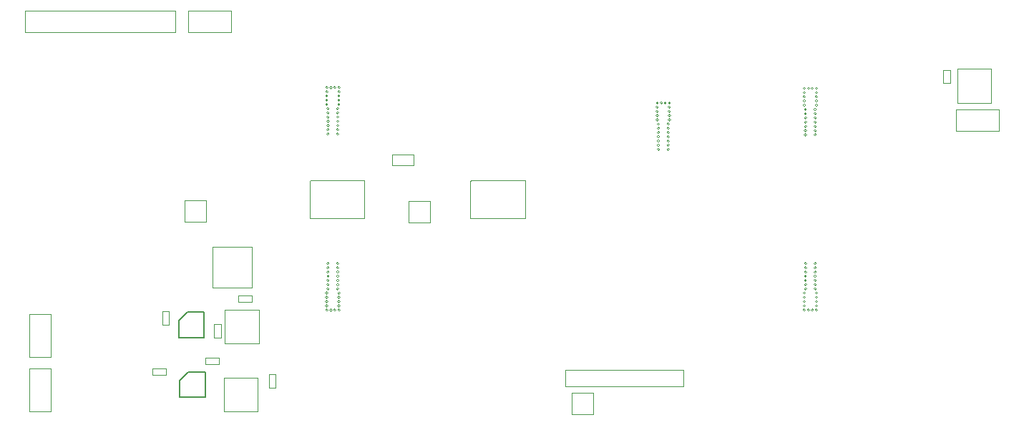
<source format=gbr>
G04 #@! TF.FileFunction,Other,Fab,Top*
%FSLAX46Y46*%
G04 Gerber Fmt 4.6, Leading zero omitted, Abs format (unit mm)*
G04 Created by KiCad (PCBNEW 4.0.6) date Sat Mar 10 18:53:01 2018*
%MOMM*%
%LPD*%
G01*
G04 APERTURE LIST*
%ADD10C,0.020000*%
%ADD11C,0.100000*%
%ADD12C,0.150000*%
%ADD13C,0.000200*%
G04 APERTURE END LIST*
D10*
D11*
X128466900Y-165811300D02*
X129266900Y-165811300D01*
X128466900Y-167411300D02*
X128466900Y-165811300D01*
X129266900Y-167411300D02*
X128466900Y-167411300D01*
X129266900Y-165811300D02*
X129266900Y-167411300D01*
X127400000Y-170575000D02*
X127400000Y-169775000D01*
X129000000Y-170575000D02*
X127400000Y-170575000D01*
X129000000Y-169775000D02*
X129000000Y-170575000D01*
X127400000Y-169775000D02*
X129000000Y-169775000D01*
X123107400Y-165848500D02*
X122307400Y-165848500D01*
X123107400Y-164248500D02*
X123107400Y-165848500D01*
X122307400Y-164248500D02*
X123107400Y-164248500D01*
X122307400Y-165848500D02*
X122307400Y-164248500D01*
X122745400Y-171024600D02*
X122745400Y-171824600D01*
X121145400Y-171024600D02*
X122745400Y-171024600D01*
X121145400Y-171824600D02*
X121145400Y-171024600D01*
X122745400Y-171824600D02*
X121145400Y-171824600D01*
X215525000Y-137300000D02*
X214725000Y-137300000D01*
X215525000Y-135700000D02*
X215525000Y-137300000D01*
X214725000Y-135700000D02*
X215525000Y-135700000D01*
X214725000Y-137300000D02*
X214725000Y-135700000D01*
D12*
X125388900Y-171446300D02*
X127388900Y-171446300D01*
X127388900Y-171446300D02*
X127388900Y-174446300D01*
X127388900Y-174446300D02*
X124388900Y-174446300D01*
X124388900Y-174446300D02*
X124388900Y-172446300D01*
X124388900Y-172446300D02*
X125388900Y-171446300D01*
X125268100Y-164362000D02*
X127268100Y-164362000D01*
X127268100Y-164362000D02*
X127268100Y-167362000D01*
X127268100Y-167362000D02*
X124268100Y-167362000D01*
X124268100Y-167362000D02*
X124268100Y-165362000D01*
X124268100Y-165362000D02*
X125268100Y-164362000D01*
D11*
X149530000Y-145715000D02*
X149530000Y-146985000D01*
X149530000Y-146985000D02*
X152070000Y-146985000D01*
X152070000Y-146985000D02*
X152070000Y-145715000D01*
X152070000Y-145715000D02*
X149530000Y-145715000D01*
X132900000Y-161450000D02*
X132900000Y-156650000D01*
X132900000Y-156650000D02*
X128300000Y-156650000D01*
X128300000Y-156650000D02*
X128300000Y-161450000D01*
X128300000Y-161450000D02*
X132900000Y-161450000D01*
X132900000Y-161070000D02*
X132900000Y-159290000D01*
X132900000Y-159290000D02*
X132900000Y-159290000D01*
X132900000Y-159290000D02*
X132900000Y-161070000D01*
X132900000Y-161070000D02*
X132900000Y-161070000D01*
X132900000Y-160180000D02*
X132900000Y-160180000D01*
X170000000Y-173200000D02*
X184000000Y-173200000D01*
X184000000Y-173200000D02*
X184000000Y-171200000D01*
X184000000Y-171200000D02*
X170000000Y-171200000D01*
X170000000Y-171200000D02*
X170000000Y-173200000D01*
X106630000Y-171080000D02*
X106630000Y-176160000D01*
X106630000Y-176160000D02*
X109170000Y-176160000D01*
X109170000Y-176160000D02*
X109170000Y-171080000D01*
X109170000Y-171080000D02*
X106630000Y-171080000D01*
X106630000Y-164630000D02*
X106630000Y-169710000D01*
X106630000Y-169710000D02*
X109170000Y-169710000D01*
X109170000Y-169710000D02*
X109170000Y-164630000D01*
X109170000Y-164630000D02*
X106630000Y-164630000D01*
X125405000Y-131220000D02*
X130485000Y-131220000D01*
X130485000Y-131220000D02*
X130485000Y-128680000D01*
X130485000Y-128680000D02*
X125405000Y-128680000D01*
X125405000Y-128680000D02*
X125405000Y-131220000D01*
X221322900Y-140423900D02*
X216242900Y-140423900D01*
X216242900Y-140423900D02*
X216242900Y-142963900D01*
X216242900Y-142963900D02*
X221322900Y-142963900D01*
X221322900Y-142963900D02*
X221322900Y-140423900D01*
X173270000Y-176485000D02*
X173270000Y-173945000D01*
X173270000Y-173945000D02*
X170730000Y-173945000D01*
X170730000Y-173945000D02*
X170730000Y-176485000D01*
X170730000Y-176485000D02*
X173270000Y-176485000D01*
X151439880Y-153776680D02*
X153979880Y-153776680D01*
X153979880Y-153776680D02*
X153979880Y-151236680D01*
X153979880Y-151236680D02*
X151439880Y-151236680D01*
X151439880Y-151236680D02*
X151439880Y-153776680D01*
X125003560Y-153715720D02*
X127543560Y-153715720D01*
X127543560Y-153715720D02*
X127543560Y-151175720D01*
X127543560Y-151175720D02*
X125003560Y-151175720D01*
X125003560Y-151175720D02*
X125003560Y-153715720D01*
D13*
X143225500Y-140293740D02*
G75*
G03X143225500Y-140293740I-150000J0D01*
G01*
X142075500Y-140293740D02*
G75*
G03X142075500Y-140293740I-150000J0D01*
G01*
X143370500Y-137793740D02*
G75*
G03X143370500Y-137793740I-150000J0D01*
G01*
X142430500Y-137793740D02*
G75*
G03X142430500Y-137793740I-150000J0D01*
G01*
X141930500Y-137793740D02*
G75*
G03X141930500Y-137793740I-150000J0D01*
G01*
X142870500Y-137793740D02*
G75*
G03X142870500Y-137793740I-150000J0D01*
G01*
X141930500Y-138293740D02*
G75*
G03X141930500Y-138293740I-150000J0D01*
G01*
X141930500Y-138793740D02*
G75*
G03X141930500Y-138793740I-150000J0D01*
G01*
X141930500Y-139293740D02*
G75*
G03X141930500Y-139293740I-150000J0D01*
G01*
X141930500Y-139793740D02*
G75*
G03X141930500Y-139793740I-150000J0D01*
G01*
X143370500Y-138293740D02*
G75*
G03X143370500Y-138293740I-150000J0D01*
G01*
X143370500Y-138793740D02*
G75*
G03X143370500Y-138793740I-150000J0D01*
G01*
X143370500Y-139293740D02*
G75*
G03X143370500Y-139293740I-150000J0D01*
G01*
X143370500Y-139793740D02*
G75*
G03X143370500Y-139793740I-150000J0D01*
G01*
X142075500Y-140793740D02*
G75*
G03X142075500Y-140793740I-150000J0D01*
G01*
X142075500Y-141293740D02*
G75*
G03X142075500Y-141293740I-150000J0D01*
G01*
X142075500Y-141793740D02*
G75*
G03X142075500Y-141793740I-150000J0D01*
G01*
X142075500Y-142793740D02*
G75*
G03X142075500Y-142793740I-150000J0D01*
G01*
X142075500Y-142293740D02*
G75*
G03X142075500Y-142293740I-150000J0D01*
G01*
X143225500Y-140793740D02*
G75*
G03X143225500Y-140793740I-150000J0D01*
G01*
X143225500Y-141293740D02*
G75*
G03X143225500Y-141293740I-150000J0D01*
G01*
X143225500Y-141793740D02*
G75*
G03X143225500Y-141793740I-150000J0D01*
G01*
X143225500Y-142793740D02*
G75*
G03X143225500Y-142793740I-150000J0D01*
G01*
X143225500Y-142293740D02*
G75*
G03X143225500Y-142293740I-150000J0D01*
G01*
X142075500Y-143293740D02*
G75*
G03X142075500Y-143293740I-150000J0D01*
G01*
X143225500Y-143293740D02*
G75*
G03X143225500Y-143293740I-150000J0D01*
G01*
X182325000Y-142123740D02*
G75*
G03X182325000Y-142123740I-150000J0D01*
G01*
X181175000Y-142123740D02*
G75*
G03X181175000Y-142123740I-150000J0D01*
G01*
X182470000Y-139623740D02*
G75*
G03X182470000Y-139623740I-150000J0D01*
G01*
X181530000Y-139623740D02*
G75*
G03X181530000Y-139623740I-150000J0D01*
G01*
X181030000Y-139623740D02*
G75*
G03X181030000Y-139623740I-150000J0D01*
G01*
X181970000Y-139623740D02*
G75*
G03X181970000Y-139623740I-150000J0D01*
G01*
X181030000Y-140123740D02*
G75*
G03X181030000Y-140123740I-150000J0D01*
G01*
X181030000Y-140623740D02*
G75*
G03X181030000Y-140623740I-150000J0D01*
G01*
X181030000Y-141123740D02*
G75*
G03X181030000Y-141123740I-150000J0D01*
G01*
X181030000Y-141623740D02*
G75*
G03X181030000Y-141623740I-150000J0D01*
G01*
X182470000Y-140123740D02*
G75*
G03X182470000Y-140123740I-150000J0D01*
G01*
X182470000Y-140623740D02*
G75*
G03X182470000Y-140623740I-150000J0D01*
G01*
X182470000Y-141123740D02*
G75*
G03X182470000Y-141123740I-150000J0D01*
G01*
X182470000Y-141623740D02*
G75*
G03X182470000Y-141623740I-150000J0D01*
G01*
X181175000Y-142623740D02*
G75*
G03X181175000Y-142623740I-150000J0D01*
G01*
X181175000Y-143123740D02*
G75*
G03X181175000Y-143123740I-150000J0D01*
G01*
X181175000Y-143623740D02*
G75*
G03X181175000Y-143623740I-150000J0D01*
G01*
X181175000Y-144623740D02*
G75*
G03X181175000Y-144623740I-150000J0D01*
G01*
X181175000Y-144123740D02*
G75*
G03X181175000Y-144123740I-150000J0D01*
G01*
X182325000Y-142623740D02*
G75*
G03X182325000Y-142623740I-150000J0D01*
G01*
X182325000Y-143123740D02*
G75*
G03X182325000Y-143123740I-150000J0D01*
G01*
X182325000Y-143623740D02*
G75*
G03X182325000Y-143623740I-150000J0D01*
G01*
X182325000Y-144623740D02*
G75*
G03X182325000Y-144623740I-150000J0D01*
G01*
X182325000Y-144123740D02*
G75*
G03X182325000Y-144123740I-150000J0D01*
G01*
X181175000Y-145123740D02*
G75*
G03X181175000Y-145123740I-150000J0D01*
G01*
X182325000Y-145123740D02*
G75*
G03X182325000Y-145123740I-150000J0D01*
G01*
X198575000Y-161624740D02*
G75*
G03X198575000Y-161624740I-150000J0D01*
G01*
X199725000Y-161624740D02*
G75*
G03X199725000Y-161624740I-150000J0D01*
G01*
X198430000Y-164124740D02*
G75*
G03X198430000Y-164124740I-150000J0D01*
G01*
X199370000Y-164124740D02*
G75*
G03X199370000Y-164124740I-150000J0D01*
G01*
X199870000Y-164124740D02*
G75*
G03X199870000Y-164124740I-150000J0D01*
G01*
X198930000Y-164124740D02*
G75*
G03X198930000Y-164124740I-150000J0D01*
G01*
X199870000Y-163624740D02*
G75*
G03X199870000Y-163624740I-150000J0D01*
G01*
X199870000Y-163124740D02*
G75*
G03X199870000Y-163124740I-150000J0D01*
G01*
X199870000Y-162624740D02*
G75*
G03X199870000Y-162624740I-150000J0D01*
G01*
X199870000Y-162124740D02*
G75*
G03X199870000Y-162124740I-150000J0D01*
G01*
X198430000Y-163624740D02*
G75*
G03X198430000Y-163624740I-150000J0D01*
G01*
X198430000Y-163124740D02*
G75*
G03X198430000Y-163124740I-150000J0D01*
G01*
X198430000Y-162624740D02*
G75*
G03X198430000Y-162624740I-150000J0D01*
G01*
X198430000Y-162124740D02*
G75*
G03X198430000Y-162124740I-150000J0D01*
G01*
X199725000Y-161124740D02*
G75*
G03X199725000Y-161124740I-150000J0D01*
G01*
X199725000Y-160624740D02*
G75*
G03X199725000Y-160624740I-150000J0D01*
G01*
X199725000Y-160124740D02*
G75*
G03X199725000Y-160124740I-150000J0D01*
G01*
X199725000Y-159124740D02*
G75*
G03X199725000Y-159124740I-150000J0D01*
G01*
X199725000Y-159624740D02*
G75*
G03X199725000Y-159624740I-150000J0D01*
G01*
X198575000Y-161124740D02*
G75*
G03X198575000Y-161124740I-150000J0D01*
G01*
X198575000Y-160624740D02*
G75*
G03X198575000Y-160624740I-150000J0D01*
G01*
X198575000Y-160124740D02*
G75*
G03X198575000Y-160124740I-150000J0D01*
G01*
X198575000Y-159124740D02*
G75*
G03X198575000Y-159124740I-150000J0D01*
G01*
X198575000Y-159624740D02*
G75*
G03X198575000Y-159624740I-150000J0D01*
G01*
X199725000Y-158624740D02*
G75*
G03X199725000Y-158624740I-150000J0D01*
G01*
X198575000Y-158624740D02*
G75*
G03X198575000Y-158624740I-150000J0D01*
G01*
X142075500Y-161625000D02*
G75*
G03X142075500Y-161625000I-150000J0D01*
G01*
X143225500Y-161625000D02*
G75*
G03X143225500Y-161625000I-150000J0D01*
G01*
X141930500Y-164125000D02*
G75*
G03X141930500Y-164125000I-150000J0D01*
G01*
X142870500Y-164125000D02*
G75*
G03X142870500Y-164125000I-150000J0D01*
G01*
X143370500Y-164125000D02*
G75*
G03X143370500Y-164125000I-150000J0D01*
G01*
X142430500Y-164125000D02*
G75*
G03X142430500Y-164125000I-150000J0D01*
G01*
X143370500Y-163625000D02*
G75*
G03X143370500Y-163625000I-150000J0D01*
G01*
X143370500Y-163125000D02*
G75*
G03X143370500Y-163125000I-150000J0D01*
G01*
X143370500Y-162625000D02*
G75*
G03X143370500Y-162625000I-150000J0D01*
G01*
X143370500Y-162125000D02*
G75*
G03X143370500Y-162125000I-150000J0D01*
G01*
X141930500Y-163625000D02*
G75*
G03X141930500Y-163625000I-150000J0D01*
G01*
X141930500Y-163125000D02*
G75*
G03X141930500Y-163125000I-150000J0D01*
G01*
X141930500Y-162625000D02*
G75*
G03X141930500Y-162625000I-150000J0D01*
G01*
X141930500Y-162125000D02*
G75*
G03X141930500Y-162125000I-150000J0D01*
G01*
X143225500Y-161125000D02*
G75*
G03X143225500Y-161125000I-150000J0D01*
G01*
X143225500Y-160625000D02*
G75*
G03X143225500Y-160625000I-150000J0D01*
G01*
X143225500Y-160125000D02*
G75*
G03X143225500Y-160125000I-150000J0D01*
G01*
X143225500Y-159125000D02*
G75*
G03X143225500Y-159125000I-150000J0D01*
G01*
X143225500Y-159625000D02*
G75*
G03X143225500Y-159625000I-150000J0D01*
G01*
X142075500Y-161125000D02*
G75*
G03X142075500Y-161125000I-150000J0D01*
G01*
X142075500Y-160625000D02*
G75*
G03X142075500Y-160625000I-150000J0D01*
G01*
X142075500Y-160125000D02*
G75*
G03X142075500Y-160125000I-150000J0D01*
G01*
X142075500Y-159125000D02*
G75*
G03X142075500Y-159125000I-150000J0D01*
G01*
X142075500Y-159625000D02*
G75*
G03X142075500Y-159625000I-150000J0D01*
G01*
X143225500Y-158625000D02*
G75*
G03X143225500Y-158625000I-150000J0D01*
G01*
X142075500Y-158625000D02*
G75*
G03X142075500Y-158625000I-150000J0D01*
G01*
X199725000Y-140396000D02*
G75*
G03X199725000Y-140396000I-150000J0D01*
G01*
X198575000Y-140396000D02*
G75*
G03X198575000Y-140396000I-150000J0D01*
G01*
X199870000Y-137896000D02*
G75*
G03X199870000Y-137896000I-150000J0D01*
G01*
X198930000Y-137896000D02*
G75*
G03X198930000Y-137896000I-150000J0D01*
G01*
X198430000Y-137896000D02*
G75*
G03X198430000Y-137896000I-150000J0D01*
G01*
X199370000Y-137896000D02*
G75*
G03X199370000Y-137896000I-150000J0D01*
G01*
X198430000Y-138396000D02*
G75*
G03X198430000Y-138396000I-150000J0D01*
G01*
X198430000Y-138896000D02*
G75*
G03X198430000Y-138896000I-150000J0D01*
G01*
X198430000Y-139396000D02*
G75*
G03X198430000Y-139396000I-150000J0D01*
G01*
X198430000Y-139896000D02*
G75*
G03X198430000Y-139896000I-150000J0D01*
G01*
X199870000Y-138396000D02*
G75*
G03X199870000Y-138396000I-150000J0D01*
G01*
X199870000Y-138896000D02*
G75*
G03X199870000Y-138896000I-150000J0D01*
G01*
X199870000Y-139396000D02*
G75*
G03X199870000Y-139396000I-150000J0D01*
G01*
X199870000Y-139896000D02*
G75*
G03X199870000Y-139896000I-150000J0D01*
G01*
X198575000Y-140896000D02*
G75*
G03X198575000Y-140896000I-150000J0D01*
G01*
X198575000Y-141396000D02*
G75*
G03X198575000Y-141396000I-150000J0D01*
G01*
X198575000Y-141896000D02*
G75*
G03X198575000Y-141896000I-150000J0D01*
G01*
X198575000Y-142896000D02*
G75*
G03X198575000Y-142896000I-150000J0D01*
G01*
X198575000Y-142396000D02*
G75*
G03X198575000Y-142396000I-150000J0D01*
G01*
X199725000Y-140896000D02*
G75*
G03X199725000Y-140896000I-150000J0D01*
G01*
X199725000Y-141396000D02*
G75*
G03X199725000Y-141396000I-150000J0D01*
G01*
X199725000Y-141896000D02*
G75*
G03X199725000Y-141896000I-150000J0D01*
G01*
X199725000Y-142896000D02*
G75*
G03X199725000Y-142896000I-150000J0D01*
G01*
X199725000Y-142396000D02*
G75*
G03X199725000Y-142396000I-150000J0D01*
G01*
X198575000Y-143396000D02*
G75*
G03X198575000Y-143396000I-150000J0D01*
G01*
X199725000Y-143396000D02*
G75*
G03X199725000Y-143396000I-150000J0D01*
G01*
D11*
X139750000Y-148900000D02*
X139900000Y-148750000D01*
X139900000Y-148750000D02*
X146250000Y-148750000D01*
X146250000Y-148750000D02*
X146250000Y-153250000D01*
X146250000Y-153250000D02*
X139750000Y-153250000D01*
X139750000Y-153250000D02*
X139750000Y-148900000D01*
X158750000Y-148900000D02*
X158900000Y-148750000D01*
X158900000Y-148750000D02*
X165250000Y-148750000D01*
X165250000Y-148750000D02*
X165250000Y-153250000D01*
X165250000Y-153250000D02*
X158750000Y-153250000D01*
X158750000Y-153250000D02*
X158750000Y-148900000D01*
X106055000Y-131220000D02*
X123835000Y-131220000D01*
X123835000Y-131220000D02*
X123835000Y-128680000D01*
X123835000Y-128680000D02*
X106055000Y-128680000D01*
X106055000Y-128680000D02*
X106055000Y-131220000D01*
X135725000Y-173300000D02*
X134925000Y-173300000D01*
X135725000Y-171700000D02*
X135725000Y-173300000D01*
X134925000Y-171700000D02*
X135725000Y-171700000D01*
X134925000Y-173300000D02*
X134925000Y-171700000D01*
X129625000Y-172150000D02*
X129625000Y-176150000D01*
X129625000Y-176150000D02*
X133625000Y-176150000D01*
X133625000Y-176150000D02*
X133625000Y-172150000D01*
X133625000Y-172150000D02*
X129625000Y-172150000D01*
X132900000Y-162400000D02*
X132900000Y-163200000D01*
X131300000Y-162400000D02*
X132900000Y-162400000D01*
X131300000Y-163200000D02*
X131300000Y-162400000D01*
X132900000Y-163200000D02*
X131300000Y-163200000D01*
X216375000Y-139600000D02*
X220375000Y-139600000D01*
X220375000Y-139600000D02*
X220375000Y-135600000D01*
X220375000Y-135600000D02*
X216375000Y-135600000D01*
X216375000Y-135600000D02*
X216375000Y-139600000D01*
X129730000Y-164060000D02*
X129730000Y-168060000D01*
X129730000Y-168060000D02*
X133730000Y-168060000D01*
X133730000Y-168060000D02*
X133730000Y-164060000D01*
X133730000Y-164060000D02*
X129730000Y-164060000D01*
M02*

</source>
